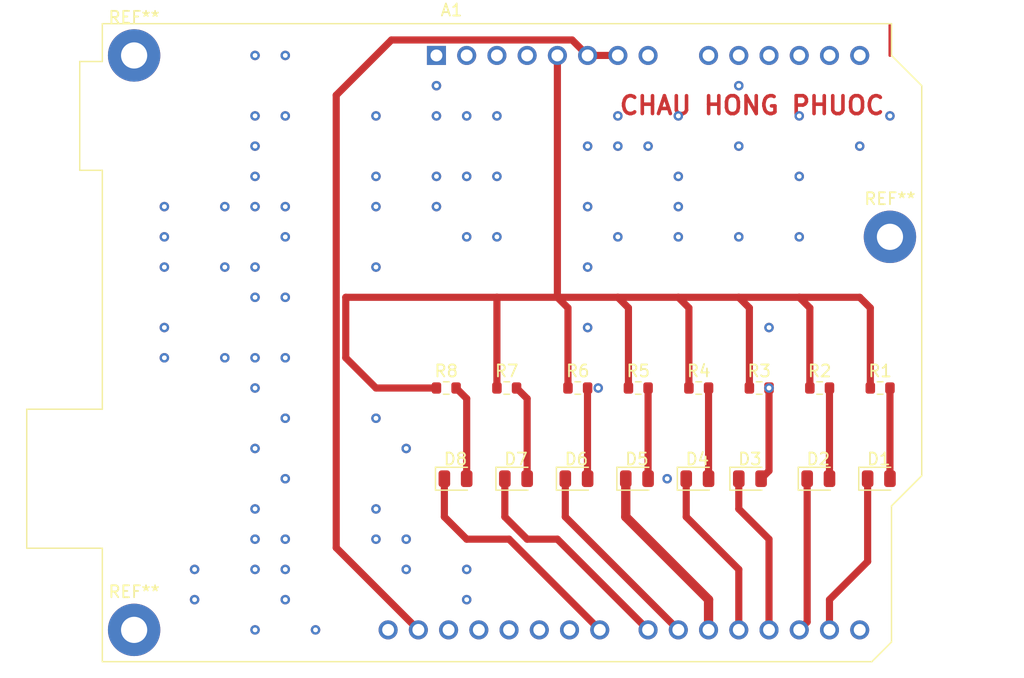
<source format=kicad_pcb>
(kicad_pcb (version 20221018) (generator pcbnew)
  (layers (0 "F.Cu" signal) (31 "B.Cu" signal) (34 "B.Paste" user) (35 "F.Paste" user) (36 "B.SilkS" user "B.Silkscreen") (37 "F.SilkS" user "F.Silkscreen") (38 "B.Mask" user) (39 "F.Mask" user) (44 "Edge.Cuts" user))
  (net 0 "")
  (net 5 "Net-(A1-+5V)")
  (net 6 "GND")
  (net 15 "Net-(A1-D1{slash}TX)")
  (net 16 "Net-(A1-D2)")
  (net 17 "Net-(A1-D3)")
  (net 18 "Net-(A1-D4)")
  (net 19 "Net-(A1-D5)")
  (net 20 "Net-(A1-D6)")
  (net 21 "Net-(A1-D7)")
  (net 22 "Net-(A1-D8)")
  (net 29 "Net-(D1-A)")
  (net 30 "Net-(D2-A)")
  (net 31 "Net-(D3-A)")
  (net 32 "Net-(D4-A)")
  (net 33 "Net-(D5-A)")
  (net 34 "Net-(D6-A)")
  (net 35 "Net-(D7-A)")
  (net 36 "Net-(D8-A)")
  (footprint "Resistor_SMD:R_0603_1608Metric" (layer "F.Cu") (at 141.415 68.58)
    (fp_text reference "R1" (at 0 -1.43) (layer "F.SilkS"))
    (fp_text value "247")
    (fp_line (start -0.237258 -0.5225) (end 0.237258 -0.5225) (stroke (width 0.12)) (layer "F.SilkS"))
    (fp_line (start -0.237258 0.5225) (end 0.237258 0.5225) (stroke (width 0.12)) (layer "F.SilkS"))
    (pad "1" smd roundrect (at -0.825 0) (size 0.8 0.95) (layers "F.Cu" "F.Paste" "F.Mask") (net 5 "Net-(A1-+5V)"))
    (pad "2" smd roundrect (at 0.825 0) (size 0.8 0.95) (layers "F.Cu" "F.Paste" "F.Mask") (net 29 "Net-(D1-A)"))
  )
  (footprint "LED_SMD:LED_0805_2012Metric" (layer "F.Cu") (at 136.2225 76.2)
    (fp_text reference "D2" (at 0 -1.65) (layer "F.SilkS"))
    (fp_text value "LED")
    (fp_line (start -1.685 -0.96) (end -1.685 0.96) (stroke (width 0.12)) (layer "F.SilkS"))
    (fp_line (start -1.685 0.96) (end 1 0.96) (stroke (width 0.12)) (layer "F.SilkS"))
    (fp_line (start 1 -0.96) (end -1.685 -0.96) (stroke (width 0.12)) (layer "F.SilkS"))
    (pad "1" smd roundrect (at -0.9375 0) (size 0.975 1.4) (layers "F.Cu" "F.Paste" "F.Mask") (net 16 "Net-(A1-D2)"))
    (pad "2" smd roundrect (at 0.9375 0) (size 0.975 1.4) (layers "F.Cu" "F.Paste" "F.Mask") (net 30 "Net-(D2-A)"))
  )
  (footprint "LED_SMD:LED_0805_2012Metric" (layer "F.Cu") (at 105.7425 76.2)
    (fp_text reference "D8" (at 0 -1.65) (layer "F.SilkS"))
    (fp_text value "LED")
    (fp_line (start -1.685 -0.96) (end -1.685 0.96) (stroke (width 0.12)) (layer "F.SilkS"))
    (fp_line (start -1.685 0.96) (end 1 0.96) (stroke (width 0.12)) (layer "F.SilkS"))
    (fp_line (start 1 -0.96) (end -1.685 -0.96) (stroke (width 0.12)) (layer "F.SilkS"))
    (pad "1" smd roundrect (at -0.9375 0) (size 0.975 1.4) (layers "F.Cu" "F.Paste" "F.Mask") (net 22 "Net-(A1-D8)"))
    (pad "2" smd roundrect (at 0.9375 0) (size 0.975 1.4) (layers "F.Cu" "F.Paste" "F.Mask") (net 36 "Net-(D8-A)"))
  )
  (footprint "Resistor_SMD:R_0603_1608Metric" (layer "F.Cu") (at 104.965 68.58)
    (fp_text reference "R8" (at 0 -1.43) (layer "F.SilkS"))
    (fp_text value "247")
    (fp_line (start -0.237258 -0.5225) (end 0.237258 -0.5225) (stroke (width 0.12)) (layer "F.SilkS"))
    (fp_line (start -0.237258 0.5225) (end 0.237258 0.5225) (stroke (width 0.12)) (layer "F.SilkS"))
    (pad "1" smd roundrect (at -0.825 0) (size 0.8 0.95) (layers "F.Cu" "F.Paste" "F.Mask") (net 5 "Net-(A1-+5V)"))
    (pad "2" smd roundrect (at 0.825 0) (size 0.8 0.95) (layers "F.Cu" "F.Paste" "F.Mask") (net 36 "Net-(D8-A)"))
  )
  (footprint "Module:Arduino_UNO_R2" (layer "F.Cu") (at 104.14 40.64)
    (fp_text reference "A1" (at 1.27 -3.81 180) (layer "F.SilkS"))
    (fp_text value "Arduino_UNO_R2")
    (fp_line (start -34.42 29.72) (end -34.42 41.4) (stroke (width 0.12)) (layer "F.SilkS"))
    (fp_line (start -34.42 41.4) (end -28.07 41.4) (stroke (width 0.12)) (layer "F.SilkS"))
    (fp_line (start -29.97 0.51) (end -29.97 9.65) (stroke (width 0.12)) (layer "F.SilkS"))
    (fp_line (start -29.97 9.65) (end -28.07 9.65) (stroke (width 0.12)) (layer "F.SilkS"))
    (fp_line (start -28.07 -2.67) (end -28.07 0.51) (stroke (width 0.12)) (layer "F.SilkS"))
    (fp_line (start -28.07 0.51) (end -29.97 0.51) (stroke (width 0.12)) (layer "F.SilkS"))
    (fp_line (start -28.07 9.65) (end -28.07 29.72) (stroke (width 0.12)) (layer "F.SilkS"))
    (fp_line (start -28.07 29.72) (end -34.42 29.72) (stroke (width 0.12)) (layer "F.SilkS"))
    (fp_line (start -28.07 41.4) (end -28.07 50.93) (stroke (width 0.12)) (layer "F.SilkS"))
    (fp_line (start -28.07 50.93) (end 36.58 50.93) (stroke (width 0.12)) (layer "F.SilkS"))
    (fp_line (start 36.58 50.93) (end 38.23 49.28) (stroke (width 0.12)) (layer "F.SilkS"))
    (fp_line (start 38.23 -2.67) (end -28.07 -2.67) (stroke (width 0.12)) (layer "F.SilkS"))
    (fp_line (start 38.23 0) (end 38.23 -2.67) (stroke (width 0.12)) (layer "F.SilkS"))
    (fp_line (start 38.23 37.85) (end 40.77 35.31) (stroke (width 0.12)) (layer "F.SilkS"))
    (fp_line (start 38.23 49.28) (end 38.23 37.85) (stroke (width 0.12)) (layer "F.SilkS"))
    (fp_line (start 40.77 2.54) (end 38.23 0) (stroke (width 0.12)) (layer "F.SilkS"))
    (fp_line (start 40.77 35.31) (end 40.77 2.54) (stroke (width 0.12)) (layer "F.SilkS"))
    (pad "1" thru_hole rect (at 0 0 90) (size 1.6 1.6) (drill 1) (layers "*.Cu" "*.Mask"))
    (pad "2" thru_hole oval (at 2.54 0 90) (size 1.6 1.6) (drill 1) (layers "*.Cu" "*.Mask"))
    (pad "3" thru_hole oval (at 5.08 0 90) (size 1.6 1.6) (drill 1) (layers "*.Cu" "*.Mask"))
    (pad "4" thru_hole oval (at 7.62 0 90) (size 1.6 1.6) (drill 1) (layers "*.Cu" "*.Mask"))
    (pad "5" thru_hole oval (at 10.16 0 90) (size 1.6 1.6) (drill 1) (layers "*.Cu" "*.Mask") (net 5 "Net-(A1-+5V)"))
    (pad "6" thru_hole oval (at 12.7 0 90) (size 1.6 1.6) (drill 1) (layers "*.Cu" "*.Mask") (net 6 "GND"))
    (pad "7" thru_hole oval (at 15.24 0 90) (size 1.6 1.6) (drill 1) (layers "*.Cu" "*.Mask") (net 6 "GND"))
    (pad "8" thru_hole oval (at 17.78 0 90) (size 1.6 1.6) (drill 1) (layers "*.Cu" "*.Mask"))
    (pad "9" thru_hole oval (at 22.86 0 90) (size 1.6 1.6) (drill 1) (layers "*.Cu" "*.Mask"))
    (pad "10" thru_hole oval (at 25.4 0 90) (size 1.6 1.6) (drill 1) (layers "*.Cu" "*.Mask"))
    (pad "11" thru_hole oval (at 27.94 0 90) (size 1.6 1.6) (drill 1) (layers "*.Cu" "*.Mask"))
    (pad "12" thru_hole oval (at 30.48 0 90) (size 1.6 1.6) (drill 1) (layers "*.Cu" "*.Mask"))
    (pad "13" thru_hole oval (at 33.02 0 90) (size 1.6 1.6) (drill 1) (layers "*.Cu" "*.Mask"))
    (pad "14" thru_hole oval (at 35.56 0 90) (size 1.6 1.6) (drill 1) (layers "*.Cu" "*.Mask"))
    (pad "15" thru_hole oval (at 35.56 48.26 90) (size 1.6 1.6) (drill 1) (layers "*.Cu" "*.Mask"))
    (pad "16" thru_hole oval (at 33.02 48.26 90) (size 1.6 1.6) (drill 1) (layers "*.Cu" "*.Mask") (net 15 "Net-(A1-D1{slash}TX)"))
    (pad "17" thru_hole oval (at 30.48 48.26 90) (size 1.6 1.6) (drill 1) (layers "*.Cu" "*.Mask") (net 16 "Net-(A1-D2)"))
    (pad "18" thru_hole oval (at 27.94 48.26 90) (size 1.6 1.6) (drill 1) (layers "*.Cu" "*.Mask") (net 17 "Net-(A1-D3)"))
    (pad "19" thru_hole oval (at 25.4 48.26 90) (size 1.6 1.6) (drill 1) (layers "*.Cu" "*.Mask") (net 18 "Net-(A1-D4)"))
    (pad "20" thru_hole oval (at 22.86 48.26 90) (size 1.6 1.6) (drill 1) (layers "*.Cu" "*.Mask") (net 19 "Net-(A1-D5)"))
    (pad "21" thru_hole oval (at 20.32 48.26 90) (size 1.6 1.6) (drill 1) (layers "*.Cu" "*.Mask") (net 20 "Net-(A1-D6)"))
    (pad "22" thru_hole oval (at 17.78 48.26 90) (size 1.6 1.6) (drill 1) (layers "*.Cu" "*.Mask") (net 21 "Net-(A1-D7)"))
    (pad "23" thru_hole oval (at 13.72 48.26 90) (size 1.6 1.6) (drill 1) (layers "*.Cu" "*.Mask") (net 22 "Net-(A1-D8)"))
    (pad "24" thru_hole oval (at 11.18 48.26 90) (size 1.6 1.6) (drill 1) (layers "*.Cu" "*.Mask"))
    (pad "25" thru_hole oval (at 8.64 48.26 90) (size 1.6 1.6) (drill 1) (layers "*.Cu" "*.Mask"))
    (pad "26" thru_hole oval (at 6.1 48.26 90) (size 1.6 1.6) (drill 1) (layers "*.Cu" "*.Mask"))
    (pad "27" thru_hole oval (at 3.56 48.26 90) (size 1.6 1.6) (drill 1) (layers "*.Cu" "*.Mask"))
    (pad "28" thru_hole oval (at 1.02 48.26 90) (size 1.6 1.6) (drill 1) (layers "*.Cu" "*.Mask"))
    (pad "29" thru_hole oval (at -1.52 48.26 90) (size 1.6 1.6) (drill 1) (layers "*.Cu" "*.Mask") (net 6 "GND"))
    (pad "30" thru_hole oval (at -4.06 48.26 90) (size 1.6 1.6) (drill 1) (layers "*.Cu" "*.Mask"))
  )
  (footprint "Resistor_SMD:R_0603_1608Metric" (layer "F.Cu") (at 110.045 68.58)
    (fp_text reference "R7" (at 0 -1.43) (layer "F.SilkS"))
    (fp_text value "247")
    (fp_line (start -0.237258 -0.5225) (end 0.237258 -0.5225) (stroke (width 0.12)) (layer "F.SilkS"))
    (fp_line (start -0.237258 0.5225) (end 0.237258 0.5225) (stroke (width 0.12)) (layer "F.SilkS"))
    (pad "1" smd roundrect (at -0.825 0) (size 0.8 0.95) (layers "F.Cu" "F.Paste" "F.Mask") (net 5 "Net-(A1-+5V)"))
    (pad "2" smd roundrect (at 0.825 0) (size 0.8 0.95) (layers "F.Cu" "F.Paste" "F.Mask") (net 35 "Net-(D7-A)"))
  )
  (footprint "LED_SMD:LED_0805_2012Metric" (layer "F.Cu") (at 110.8225 76.2)
    (fp_text reference "D7" (at 0 -1.65) (layer "F.SilkS"))
    (fp_text value "LED")
    (fp_line (start -1.685 -0.96) (end -1.685 0.96) (stroke (width 0.12)) (layer "F.SilkS"))
    (fp_line (start -1.685 0.96) (end 1 0.96) (stroke (width 0.12)) (layer "F.SilkS"))
    (fp_line (start 1 -0.96) (end -1.685 -0.96) (stroke (width 0.12)) (layer "F.SilkS"))
    (pad "1" smd roundrect (at -0.9375 0) (size 0.975 1.4) (layers "F.Cu" "F.Paste" "F.Mask") (net 21 "Net-(A1-D7)"))
    (pad "2" smd roundrect (at 0.9375 0) (size 0.975 1.4) (layers "F.Cu" "F.Paste" "F.Mask") (net 35 "Net-(D7-A)"))
  )
  (footprint "MountingHole:MountingHole_2.2mm_M2_Pad" (layer "F.Cu") (at 78.74 88.9)
    (fp_text reference "REF**" (at 0 -3.2) (layer "F.SilkS"))
    (fp_text value "MountingHole_2.2mm_M2_Pad")
    (pad "1" thru_hole circle (at 0 0) (size 4.4 4.4) (drill 2.2) (layers "*.Cu" "*.Mask"))
  )
  (footprint "MountingHole:MountingHole_2.2mm_M2_Pad" (layer "F.Cu") (at 142.24 55.88)
    (fp_text reference "REF**" (at 0 -3.2) (layer "F.SilkS"))
    (fp_text value "MountingHole_2.2mm_M2_Pad")
    (pad "1" thru_hole circle (at 0 0) (size 4.4 4.4) (drill 2.2) (layers "*.Cu" "*.Mask"))
  )
  (footprint "Resistor_SMD:R_0603_1608Metric" (layer "F.Cu") (at 131.255 68.58)
    (fp_text reference "R3" (at 0 -1.43) (layer "F.SilkS"))
    (fp_text value "247")
    (fp_line (start -0.237258 -0.5225) (end 0.237258 -0.5225) (stroke (width 0.12)) (layer "F.SilkS"))
    (fp_line (start -0.237258 0.5225) (end 0.237258 0.5225) (stroke (width 0.12)) (layer "F.SilkS"))
    (pad "1" smd roundrect (at -0.825 0) (size 0.8 0.95) (layers "F.Cu" "F.Paste" "F.Mask") (net 5 "Net-(A1-+5V)"))
    (pad "2" smd roundrect (at 0.825 0) (size 0.8 0.95) (layers "F.Cu" "F.Paste" "F.Mask") (net 31 "Net-(D3-A)"))
  )
  (footprint "MountingHole:MountingHole_2.2mm_M2_Pad" (layer "F.Cu") (at 78.74 40.64)
    (fp_text reference "REF**" (at 0 -3.2) (layer "F.SilkS"))
    (fp_text value "MountingHole_2.2mm_M2_Pad")
    (pad "1" thru_hole circle (at 0 0) (size 4.4 4.4) (drill 2.2) (layers "*.Cu" "*.Mask"))
  )
  (footprint "LED_SMD:LED_0805_2012Metric" (layer "F.Cu") (at 141.3025 76.2)
    (fp_text reference "D1" (at 0 -1.65) (layer "F.SilkS"))
    (fp_text value "LED")
    (fp_line (start -1.685 -0.96) (end -1.685 0.96) (stroke (width 0.12)) (layer "F.SilkS"))
    (fp_line (start -1.685 0.96) (end 1 0.96) (stroke (width 0.12)) (layer "F.SilkS"))
    (fp_line (start 1 -0.96) (end -1.685 -0.96) (stroke (width 0.12)) (layer "F.SilkS"))
    (pad "1" smd roundrect (at -0.9375 0) (size 0.975 1.4) (layers "F.Cu" "F.Paste" "F.Mask") (net 15 "Net-(A1-D1{slash}TX)"))
    (pad "2" smd roundrect (at 0.9375 0) (size 0.975 1.4) (layers "F.Cu" "F.Paste" "F.Mask") (net 29 "Net-(D1-A)"))
  )
  (footprint "LED_SMD:LED_0805_2012Metric" (layer "F.Cu") (at 115.9025 76.2)
    (fp_text reference "D6" (at 0 -1.65) (layer "F.SilkS"))
    (fp_text value "LED")
    (fp_line (start -1.685 -0.96) (end -1.685 0.96) (stroke (width 0.12)) (layer "F.SilkS"))
    (fp_line (start -1.685 0.96) (end 1 0.96) (stroke (width 0.12)) (layer "F.SilkS"))
    (fp_line (start 1 -0.96) (end -1.685 -0.96) (stroke (width 0.12)) (layer "F.SilkS"))
    (pad "1" smd roundrect (at -0.9375 0) (size 0.975 1.4) (layers "F.Cu" "F.Paste" "F.Mask") (net 20 "Net-(A1-D6)"))
    (pad "2" smd roundrect (at 0.9375 0) (size 0.975 1.4) (layers "F.Cu" "F.Paste" "F.Mask") (net 34 "Net-(D6-A)"))
  )
  (footprint "Resistor_SMD:R_0603_1608Metric" (layer "F.Cu") (at 121.095 68.58)
    (fp_text reference "R5" (at 0 -1.43) (layer "F.SilkS"))
    (fp_text value "247")
    (fp_line (start -0.237258 -0.5225) (end 0.237258 -0.5225) (stroke (width 0.12)) (layer "F.SilkS"))
    (fp_line (start -0.237258 0.5225) (end 0.237258 0.5225) (stroke (width 0.12)) (layer "F.SilkS"))
    (pad "1" smd roundrect (at -0.825 0) (size 0.8 0.95) (layers "F.Cu" "F.Paste" "F.Mask") (net 5 "Net-(A1-+5V)"))
    (pad "2" smd roundrect (at 0.825 0) (size 0.8 0.95) (layers "F.Cu" "F.Paste" "F.Mask") (net 33 "Net-(D5-A)"))
  )
  (footprint "Resistor_SMD:R_0603_1608Metric" (layer "F.Cu") (at 116.015 68.58)
    (fp_text reference "R6" (at 0 -1.43) (layer "F.SilkS"))
    (fp_text value "247")
    (fp_line (start -0.237258 -0.5225) (end 0.237258 -0.5225) (stroke (width 0.12)) (layer "F.SilkS"))
    (fp_line (start -0.237258 0.5225) (end 0.237258 0.5225) (stroke (width 0.12)) (layer "F.SilkS"))
    (pad "1" smd roundrect (at -0.825 0) (size 0.8 0.95) (layers "F.Cu" "F.Paste" "F.Mask") (net 5 "Net-(A1-+5V)"))
    (pad "2" smd roundrect (at 0.825 0) (size 0.8 0.95) (layers "F.Cu" "F.Paste" "F.Mask") (net 34 "Net-(D6-A)"))
  )
  (footprint "Resistor_SMD:R_0603_1608Metric" (layer "F.Cu") (at 126.175 68.58)
    (fp_text reference "R4" (at 0 -1.43) (layer "F.SilkS"))
    (fp_text value "247")
    (fp_line (start -0.237258 -0.5225) (end 0.237258 -0.5225) (stroke (width 0.12)) (layer "F.SilkS"))
    (fp_line (start -0.237258 0.5225) (end 0.237258 0.5225) (stroke (width 0.12)) (layer "F.SilkS"))
    (pad "1" smd roundrect (at -0.825 0) (size 0.8 0.95) (layers "F.Cu" "F.Paste" "F.Mask") (net 5 "Net-(A1-+5V)"))
    (pad "2" smd roundrect (at 0.825 0) (size 0.8 0.95) (layers "F.Cu" "F.Paste" "F.Mask") (net 32 "Net-(D4-A)"))
  )
  (footprint "LED_SMD:LED_0805_2012Metric" (layer "F.Cu") (at 120.9825 76.2)
    (fp_text reference "D5" (at 0 -1.65) (layer "F.SilkS"))
    (fp_text value "LED")
    (fp_line (start -1.685 -0.96) (end -1.685 0.96) (stroke (width 0.12)) (layer "F.SilkS"))
    (fp_line (start -1.685 0.96) (end 1 0.96) (stroke (width 0.12)) (layer "F.SilkS"))
    (fp_line (start 1 -0.96) (end -1.685 -0.96) (stroke (width 0.12)) (layer "F.SilkS"))
    (pad "1" smd roundrect (at -0.9375 0) (size 0.975 1.4) (layers "F.Cu" "F.Paste" "F.Mask") (net 19 "Net-(A1-D5)"))
    (pad "2" smd roundrect (at 0.9375 0) (size 0.975 1.4) (layers "F.Cu" "F.Paste" "F.Mask") (net 33 "Net-(D5-A)"))
  )
  (footprint "LED_SMD:LED_0805_2012Metric" (layer "F.Cu") (at 130.4775 76.2)
    (fp_text reference "D3" (at 0 -1.65) (layer "F.SilkS"))
    (fp_text value "LED")
    (fp_line (start -1.685 -0.96) (end -1.685 0.96) (stroke (width 0.12)) (layer "F.SilkS"))
    (fp_line (start -1.685 0.96) (end 1 0.96) (stroke (width 0.12)) (layer "F.SilkS"))
    (fp_line (start 1 -0.96) (end -1.685 -0.96) (stroke (width 0.12)) (layer "F.SilkS"))
    (pad "1" smd roundrect (at -0.9375 0) (size 0.975 1.4) (layers "F.Cu" "F.Paste" "F.Mask") (net 17 "Net-(A1-D3)"))
    (pad "2" smd roundrect (at 0.9375 0) (size 0.975 1.4) (layers "F.Cu" "F.Paste" "F.Mask") (net 31 "Net-(D3-A)"))
  )
  (footprint "LED_SMD:LED_0805_2012Metric" (layer "F.Cu") (at 126.0625 76.2)
    (fp_text reference "D4" (at 0 -1.65) (layer "F.SilkS"))
    (fp_text value "LED")
    (fp_line (start -1.685 -0.96) (end -1.685 0.96) (stroke (width 0.12)) (layer "F.SilkS"))
    (fp_line (start -1.685 0.96) (end 1 0.96) (stroke (width 0.12)) (layer "F.SilkS"))
    (fp_line (start 1 -0.96) (end -1.685 -0.96) (stroke (width 0.12)) (layer "F.SilkS"))
    (pad "1" smd roundrect (at -0.9375 0) (size 0.975 1.4) (layers "F.Cu" "F.Paste" "F.Mask") (net 18 "Net-(A1-D4)"))
    (pad "2" smd roundrect (at 0.9375 0) (size 0.975 1.4) (layers "F.Cu" "F.Paste" "F.Mask") (net 32 "Net-(D4-A)"))
  )
  (footprint "Resistor_SMD:R_0603_1608Metric" (layer "F.Cu") (at 136.335 68.58)
    (fp_text reference "R2" (at 0 -1.43) (layer "F.SilkS"))
    (fp_text value "247")
    (fp_line (start -0.237258 -0.5225) (end 0.237258 -0.5225) (stroke (width 0.12)) (layer "F.SilkS"))
    (fp_line (start -0.237258 0.5225) (end 0.237258 0.5225) (stroke (width 0.12)) (layer "F.SilkS"))
    (pad "1" smd roundrect (at -0.825 0) (size 0.8 0.95) (layers "F.Cu" "F.Paste" "F.Mask") (net 5 "Net-(A1-+5V)"))
    (pad "2" smd roundrect (at 0.825 0) (size 0.8 0.95) (layers "F.Cu" "F.Paste" "F.Mask") (net 30 "Net-(D2-A)"))
  )
  (gr_text "CHAU HONG PHUOC" (at 119.38 45.72) (layer "F.Cu") (effects (font (size 1.5 1.5) (thickness 0.3) bold) (justify left bottom)))
  (segment (start 142.24 38.1) (end 142.24 40.64) (width 0.25) (layer "F.Cu") (net 0))
  (via (at 88.9 50.8) (size 0.8) (drill 0.4) (layers "F.Cu" "B.Cu") (net 0))
  (via (at 101.6 81.28) (size 0.8) (drill 0.4) (layers "F.Cu" "B.Cu") (net 0))
  (via (at 106.68 86.36) (size 0.8) (drill 0.4) (layers "F.Cu" "B.Cu") (net 0))
  (via (at 134.62 45.72) (size 0.8) (drill 0.4) (layers "F.Cu" "B.Cu") (net 0))
  (via (at 116.84 58.42) (size 0.8) (drill 0.4) (layers "F.Cu" "B.Cu") (net 0))
  (via (at 81.28 55.88) (size 0.8) (drill 0.4) (layers "F.Cu" "B.Cu") (net 0))
  (via (at 88.9 83.82) (size 0.8) (drill 0.4) (layers "F.Cu" "B.Cu") (net 0))
  (via (at 134.62 50.8) (size 0.8) (drill 0.4) (layers "F.Cu" "B.Cu") (net 0))
  (via (at 83.82 83.82) (size 0.8) (drill 0.4) (layers "F.Cu" "B.Cu") (net 0))
  (via (at 91.44 83.82) (size 0.8) (drill 0.4) (layers "F.Cu" "B.Cu") (net 0))
  (via (at 124.46 45.72) (size 0.8) (drill 0.4) (layers "F.Cu" "B.Cu") (net 0))
  (via (at 119.38 45.72) (size 0.8) (drill 0.4) (layers "F.Cu" "B.Cu") (net 0))
  (via (at 117.73 68.58) (size 0.8) (drill 0.4) (layers "F.Cu" "B.Cu") (net 0))
  (via (at 116.84 48.26) (size 0.8) (drill 0.4) (layers "F.Cu" "B.Cu") (net 0))
  (via (at 91.44 60.96) (size 0.8) (drill 0.4) (layers "F.Cu" "B.Cu") (net 0))
  (via (at 88.9 58.42) (size 0.8) (drill 0.4) (layers "F.Cu" "B.Cu") (net 0))
  (via (at 99.06 53.34) (size 0.8) (drill 0.4) (layers "F.Cu" "B.Cu") (net 0))
  (via (at 104.14 45.72) (size 0.8) (drill 0.4) (layers "F.Cu" "B.Cu") (net 0))
  (via (at 99.06 78.74) (size 0.8) (drill 0.4) (layers "F.Cu" "B.Cu") (net 0))
  (via (at 86.36 58.42) (size 0.8) (drill 0.4) (layers "F.Cu" "B.Cu") (net 0))
  (via (at 123.5225 76.2) (size 0.8) (drill 0.4) (layers "F.Cu" "B.Cu") (net 0))
  (via (at 88.9 45.72) (size 0.8) (drill 0.4) (layers "F.Cu" "B.Cu") (net 0))
  (via (at 88.9 40.64) (size 0.8) (drill 0.4) (layers "F.Cu" "B.Cu") (net 0))
  (via (at 81.28 63.5) (size 0.8) (drill 0.4) (layers "F.Cu" "B.Cu") (net 0))
  (via (at 91.44 81.28) (size 0.8) (drill 0.4) (layers "F.Cu" "B.Cu") (net 0))
  (via (at 91.44 86.36) (size 0.8) (drill 0.4) (layers "F.Cu" "B.Cu") (net 0))
  (via (at 91.44 53.34) (size 0.8) (drill 0.4) (layers "F.Cu" "B.Cu") (net 0))
  (via (at 129.54 43.18) (size 0.8) (drill 0.4) (layers "F.Cu" "B.Cu") (net 0))
  (via (at 99.06 81.28) (size 0.8) (drill 0.4) (layers "F.Cu" "B.Cu") (net 0))
  (via (at 88.9 73.66) (size 0.8) (drill 0.4) (layers "F.Cu" "B.Cu") (net 0))
  (via (at 116.84 63.5) (size 0.8) (drill 0.4) (layers "F.Cu" "B.Cu") (net 0))
  (via (at 91.44 76.2) (size 0.8) (drill 0.4) (layers "F.Cu" "B.Cu") (net 0))
  (via (at 109.22 50.8) (size 0.8) (drill 0.4) (layers "F.Cu" "B.Cu") (net 0))
  (via (at 81.28 66.04) (size 0.8) (drill 0.4) (layers "F.Cu" "B.Cu") (net 0))
  (via (at 106.68 55.88) (size 0.8) (drill 0.4) (layers "F.Cu" "B.Cu") (net 0))
  (via (at 104.14 43.18) (size 0.8) (drill 0.4) (layers "F.Cu" "B.Cu") (net 0))
  (via (at 91.44 40.64) (size 0.8) (drill 0.4) (layers "F.Cu" "B.Cu") (net 0))
  (via (at 81.28 53.34) (size 0.8) (drill 0.4) (layers "F.Cu" "B.Cu") (net 0))
  (via (at 106.68 45.72) (size 0.8) (drill 0.4) (layers "F.Cu" "B.Cu") (net 0))
  (via (at 106.68 83.82) (size 0.8) (drill 0.4) (layers "F.Cu" "B.Cu") (net 0))
  (via (at 91.44 45.72) (size 0.8) (drill 0.4) (layers "F.Cu" "B.Cu") (net 0))
  (via (at 106.68 50.8) (size 0.8) (drill 0.4) (layers "F.Cu" "B.Cu") (net 0))
  (via (at 91.44 71.12) (size 0.8) (drill 0.4) (layers "F.Cu" "B.Cu") (net 0))
  (via (at 99.06 50.8) (size 0.8) (drill 0.4) (layers "F.Cu" "B.Cu") (net 0))
  (via (at 104.14 53.34) (size 0.8) (drill 0.4) (layers "F.Cu" "B.Cu") (net 0))
  (via (at 119.38 48.26) (size 0.8) (drill 0.4) (layers "F.Cu" "B.Cu") (net 0))
  (via (at 83.82 86.36) (size 0.8) (drill 0.4) (layers "F.Cu" "B.Cu") (net 0))
  (via (at 109.22 45.72) (size 0.8) (drill 0.4) (layers "F.Cu" "B.Cu") (net 0))
  (via (at 119.38 55.88) (size 0.8) (drill 0.4) (layers "F.Cu" "B.Cu") (net 0))
  (via (at 139.7 48.26) (size 0.8) (drill 0.4) (layers "F.Cu" "B.Cu") (net 0))
  (via (at 88.9 60.96) (size 0.8) (drill 0.4) (layers "F.Cu" "B.Cu") (net 0))
  (via (at 129.54 55.88) (size 0.8) (drill 0.4) (layers "F.Cu" "B.Cu") (net 0))
  (via (at 124.46 53.34) (size 0.8) (drill 0.4) (layers "F.Cu" "B.Cu") (net 0))
  (via (at 91.44 66.04) (size 0.8) (drill 0.4) (layers "F.Cu" "B.Cu") (net 0))
  (via (at 104.14 50.8) (size 0.8) (drill 0.4) (layers "F.Cu" "B.Cu") (net 0))
  (via (at 116.84 53.34) (size 0.8) (drill 0.4) (layers "F.Cu" "B.Cu") (net 0))
  (via (at 109.22 55.88) (size 0.8) (drill 0.4) (layers "F.Cu" "B.Cu") (net 0))
  (via (at 81.28 58.42) (size 0.8) (drill 0.4) (layers "F.Cu" "B.Cu") (net 0))
  (via (at 124.46 50.8) (size 0.8) (drill 0.4) (layers "F.Cu" "B.Cu") (net 0))
  (via (at 134.62 55.88) (size 0.8) (drill 0.4) (layers "F.Cu" "B.Cu") (net 0))
  (via (at 88.9 68.58) (size 0.8) (drill 0.4) (layers "F.Cu" "B.Cu") (net 0))
  (via (at 124.46 55.88) (size 0.8) (drill 0.4) (layers "F.Cu" "B.Cu") (net 0))
  (via (at 142.24 45.72) (size 0.8) (drill 0.4) (layers "F.Cu" "B.Cu") (net 0))
  (via (at 99.06 71.12) (size 0.8) (drill 0.4) (layers "F.Cu" "B.Cu") (net 0))
  (via (at 88.9 48.26) (size 0.8) (drill 0.4) (layers "F.Cu" "B.Cu") (net 0))
  (via (at 86.36 66.04) (size 0.8) (drill 0.4) (layers "F.Cu" "B.Cu") (net 0))
  (via (at 88.9 53.34) (size 0.8) (drill 0.4) (layers "F.Cu" "B.Cu") (net 0))
  (via (at 86.36 53.34) (size 0.8) (drill 0.4) (layers "F.Cu" "B.Cu") (net 0))
  (via (at 88.9 78.74) (size 0.8) (drill 0.4) (layers "F.Cu" "B.Cu") (net 0))
  (via (at 88.9 66.04) (size 0.8) (drill 0.4) (layers "F.Cu" "B.Cu") (net 0))
  (via (at 101.6 73.66) (size 0.8) (drill 0.4) (layers "F.Cu" "B.Cu") (net 0))
  (via (at 99.06 58.42) (size 0.8) (drill 0.4) (layers "F.Cu" "B.Cu") (net 0))
  (via (at 129.54 48.26) (size 0.8) (drill 0.4) (layers "F.Cu" "B.Cu") (net 0))
  (via (at 99.06 45.72) (size 0.8) (drill 0.4) (layers "F.Cu" "B.Cu") (net 0))
  (via (at 132.08 63.5) (size 0.8) (drill 0.4) (layers "F.Cu" "B.Cu") (net 0))
  (via (at 88.9 88.9) (size 0.8) (drill 0.4) (layers "F.Cu" "B.Cu") (net 0))
  (via (at 88.9 81.28) (size 0.8) (drill 0.4) (layers "F.Cu" "B.Cu") (net 0))
  (via (at 91.44 55.88) (size 0.8) (drill 0.4) (layers "F.Cu" "B.Cu") (net 0))
  (via (at 93.98 88.9) (size 0.8) (drill 0.4) (layers "F.Cu" "B.Cu") (net 0))
  (via (at 101.6 83.82) (size 0.8) (drill 0.4) (layers "F.Cu" "B.Cu") (net 0))
  (via (at 121.92 48.26) (size 0.8) (drill 0.4) (layers "F.Cu" "B.Cu") (net 0))
  (segment (start 130.43 68.58) (end 130.43 61.85) (width 0.6) (layer "F.Cu") (net 5))
  (segment (start 119.38 60.96) (end 124.46 60.96) (width 0.6) (layer "F.Cu") (net 5))
  (segment (start 114.3 60.96) (end 119.38 60.96) (width 0.6) (layer "F.Cu") (net 5))
  (segment (start 125.35 61.85) (end 124.46 60.96) (width 0.6) (layer "F.Cu") (net 5))
  (segment (start 104.14 68.58) (end 99.06 68.58) (width 0.6) (layer "F.Cu") (net 5))
  (segment (start 135.51 61.85) (end 134.62 60.96) (width 0.6) (layer "F.Cu") (net 5))
  (segment (start 125.35 68.58) (end 125.35 61.85) (width 0.6) (layer "F.Cu") (net 5))
  (segment (start 120.27 61.85) (end 119.38 60.96) (width 0.6) (layer "F.Cu") (net 5))
  (segment (start 139.7 60.96) (end 140.59 61.85) (width 0.6) (layer "F.Cu") (net 5))
  (segment (start 96.52 66.04) (end 96.52 60.96) (width 0.6) (layer "F.Cu") (net 5))
  (segment (start 109.22 68.58) (end 109.22 60.96) (width 0.6) (layer "F.Cu") (net 5))
  (segment (start 115.19 68.58) (end 115.19 61.85) (width 0.6) (layer "F.Cu") (net 5))
  (segment (start 140.59 61.85) (end 140.59 68.58) (width 0.6) (layer "F.Cu") (net 5))
  (segment (start 135.51 68.58) (end 135.51 61.85) (width 0.6) (layer "F.Cu") (net 5))
  (segment (start 109.22 60.96) (end 114.3 60.96) (width 0.6) (layer "F.Cu") (net 5))
  (segment (start 134.62 60.96) (end 139.7 60.96) (width 0.6) (layer "F.Cu") (net 5))
  (segment (start 120.27 68.58) (end 120.27 61.85) (width 0.6) (layer "F.Cu") (net 5))
  (segment (start 130.43 61.85) (end 129.54 60.96) (width 0.6) (layer "F.Cu") (net 5))
  (segment (start 96.52 60.96) (end 109.22 60.96) (width 0.6) (layer "F.Cu") (net 5))
  (segment (start 115.19 61.85) (end 114.3 60.96) (width 0.6) (layer "F.Cu") (net 5))
  (segment (start 99.06 68.58) (end 96.52 66.04) (width 0.6) (layer "F.Cu") (net 5))
  (segment (start 114.3 40.64) (end 114.3 60.96) (width 0.6) (layer "F.Cu") (net 5))
  (segment (start 129.54 60.96) (end 134.62 60.96) (width 0.6) (layer "F.Cu") (net 5))
  (segment (start 124.46 60.96) (end 129.54 60.96) (width 0.6) (layer "F.Cu") (net 5))
  (segment (start 100.36 39.34) (end 115.54 39.34) (width 0.6) (layer "F.Cu") (net 6))
  (segment (start 95.72 43.98) (end 100.36 39.34) (width 0.6) (layer "F.Cu") (net 6))
  (segment (start 116.84 40.64) (end 119.38 40.64) (width 0.6) (layer "F.Cu") (net 6))
  (segment (start 95.72 82) (end 95.72 43.98) (width 0.6) (layer "F.Cu") (net 6))
  (segment (start 115.54 39.34) (end 116.84 40.64) (width 0.6) (layer "F.Cu") (net 6))
  (segment (start 102.62 88.9) (end 95.72 82) (width 0.6) (layer "F.Cu") (net 6))
  (segment (start 140.365 76.2) (end 140.365 83.155) (width 0.6) (layer "F.Cu") (net 15))
  (segment (start 137.16 86.36) (end 137.16 88.9) (width 0.6) (layer "F.Cu") (net 15))
  (segment (start 140.365 83.155) (end 137.16 86.36) (width 0.6) (layer "F.Cu") (net 15))
  (segment (start 135.285 88.235) (end 134.62 88.9) (width 0.6) (layer "F.Cu") (net 16))
  (segment (start 135.285 76.2) (end 135.285 88.235) (width 0.6) (layer "F.Cu") (net 16))
  (segment (start 132.08 81.28) (end 132.08 88.9) (width 0.6) (layer "F.Cu") (net 17))
  (segment (start 129.54 78.74) (end 132.08 81.28) (width 0.6) (layer "F.Cu") (net 17))
  (segment (start 129.54 76.2) (end 129.54 78.74) (width 0.6) (layer "F.Cu") (net 17))
  (segment (start 129.54 83.82) (end 129.54 88.9) (width 0.6) (layer "F.Cu") (net 18))
  (segment (start 125.125 76.2) (end 125.125 79.405) (width 0.6) (layer "F.Cu") (net 18))
  (segment (start 125.125 79.405) (end 129.54 83.82) (width 0.6) (layer "F.Cu") (net 18))
  (segment (start 120.045 79.405) (end 127 86.36) (width 0.78) (layer "F.Cu") (net 19))
  (segment (start 120.045 76.2) (end 120.045 79.405) (width 0.78) (layer "F.Cu") (net 19))
  (segment (start 127 86.36) (end 127 88.9) (width 0.78) (layer "F.Cu") (net 19))
  (segment (start 114.965 76.2) (end 114.965 79.405) (width 0.6) (layer "F.Cu") (net 20))
  (segment (start 114.965 79.405) (end 124.46 88.9) (width 0.6) (layer "F.Cu") (net 20))
  (segment (start 109.885 79.405) (end 111.76 81.28) (width 0.6) (layer "F.Cu") (net 21))
  (segment (start 114.3 81.28) (end 121.92 88.9) (width 0.6) (layer "F.Cu") (net 21))
  (segment (start 109.885 76.2) (end 109.885 79.405) (width 0.6) (layer "F.Cu") (net 21))
  (segment (start 111.76 81.28) (end 114.3 81.28) (width 0.6) (layer "F.Cu") (net 21))
  (segment (start 110.24 81.28) (end 117.86 88.9) (width 0.6) (layer "F.Cu") (net 22))
  (segment (start 104.805 76.2) (end 104.805 79.405) (width 0.6) (layer "F.Cu") (net 22))
  (segment (start 104.805 79.405) (end 106.68 81.28) (width 0.6) (layer "F.Cu") (net 22))
  (segment (start 106.68 81.28) (end 110.24 81.28) (width 0.6) (layer "F.Cu") (net 22))
  (segment (start 142.24 68.58) (end 142.24 76.2) (width 0.6) (layer "F.Cu") (net 29))
  (segment (start 137.16 68.58) (end 137.16 76.2) (width 0.6) (layer "F.Cu") (net 30))
  (segment (start 132.08 68.58) (end 132.08 75.535) (width 0.6) (layer "F.Cu") (net 31))
  (segment (start 132.08 75.535) (end 131.415 76.2) (width 0.6) (layer "F.Cu") (net 31))
  (via (at 132.08 68.58) (size 0.8) (drill 0.4) (layers "F.Cu" "B.Cu") (net 31))
  (segment (start 127 68.58) (end 127 76.2) (width 0.6) (layer "F.Cu") (net 32))
  (segment (start 121.92 68.58) (end 121.92 76.2) (width 0.6) (layer "F.Cu") (net 33))
  (segment (start 116.83 76.19) (end 116.83 68.58) (width 0.6) (layer "F.Cu") (net 34))
  (segment (start 116.84 76.2) (end 116.83 76.19) (width 0.6) (layer "F.Cu") (net 34))
  (segment (start 111.76 69.47) (end 110.87 68.58) (width 0.6) (layer "F.Cu") (net 35))
  (segment (start 111.76 76.2) (end 111.76 69.47) (width 0.6) (layer "F.Cu") (net 35))
  (segment (start 106.68 76.2) (end 106.68 69.47) (width 0.6) (layer "F.Cu") (net 36))
  (segment (start 106.68 69.47) (end 105.79 68.58) (width 0.6) (layer "F.Cu") (net 36))
)
</source>
